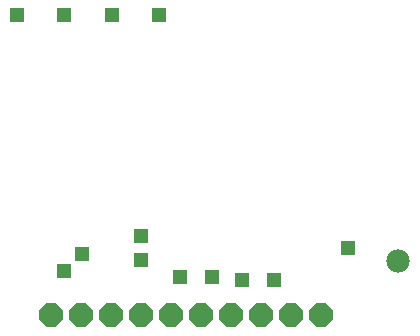
<source format=gbs>
G75*
%MOIN*%
%OFA0B0*%
%FSLAX25Y25*%
%IPPOS*%
%LPD*%
%AMOC8*
5,1,8,0,0,1.08239X$1,22.5*
%
%ADD10C,0.07800*%
%ADD11OC8,0.07800*%
%ADD12R,0.04762X0.04762*%
D10*
X0161472Y0030016D03*
D11*
X0045882Y0011984D03*
X0055882Y0011984D03*
X0065882Y0011984D03*
X0075882Y0011984D03*
X0085882Y0011984D03*
X0095882Y0011984D03*
X0105882Y0011984D03*
X0115882Y0011984D03*
X0125882Y0011984D03*
X0135882Y0011984D03*
D12*
X0120094Y0023638D03*
X0109268Y0023638D03*
X0099425Y0024622D03*
X0088598Y0024622D03*
X0075803Y0030528D03*
X0075803Y0038402D03*
X0056118Y0032496D03*
X0050213Y0026591D03*
X0144701Y0034465D03*
X0081709Y0112220D03*
X0065961Y0112220D03*
X0050213Y0112220D03*
X0034465Y0112220D03*
M02*

</source>
